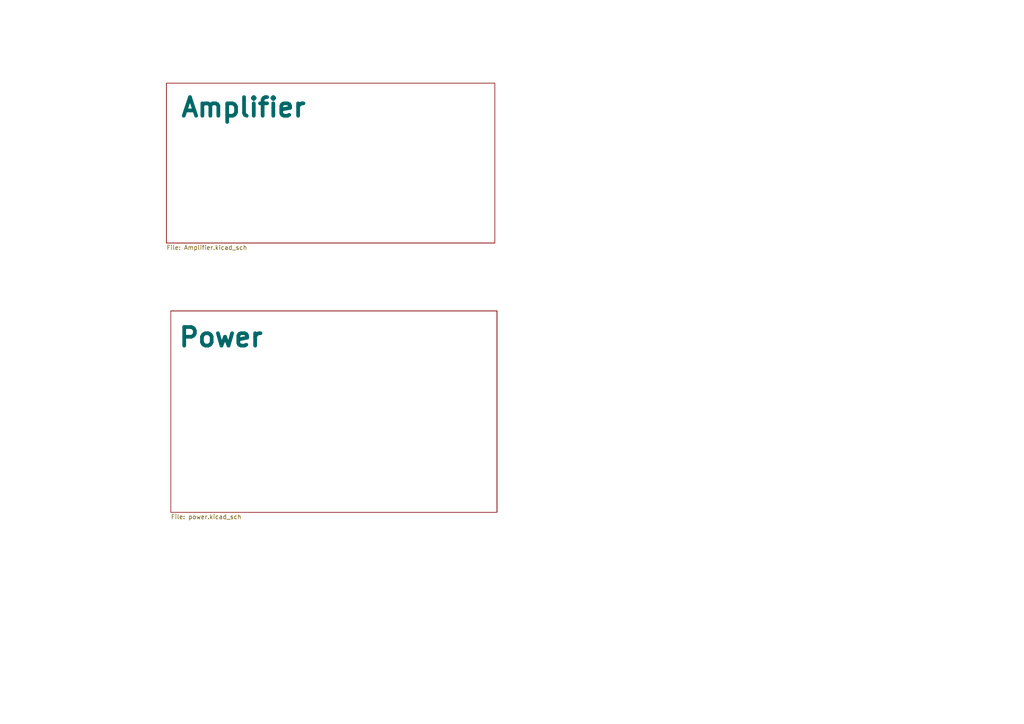
<source format=kicad_sch>
(kicad_sch
	(version 20231120)
	(generator "eeschema")
	(generator_version "8.0")
	(uuid "ca4cfd42-59e1-4265-8267-972d6aaac6ff")
	(paper "A4")
	(lib_symbols)
	(sheet
		(at 48.26 24.13)
		(size 95.25 46.355)
		(stroke
			(width 0.1524)
			(type solid)
		)
		(fill
			(color 0 0 0 0.0000)
		)
		(uuid "4aeb4b63-8869-4af7-96e8-06e4a551ac30")
		(property "Sheetname" "Amplifier"
			(at 52.07 34.29 0)
			(effects
				(font
					(size 5.4 5.4)
					(bold yes)
				)
				(justify left bottom)
			)
		)
		(property "Sheetfile" "Amplifier.kicad_sch"
			(at 48.26 71.0696 0)
			(effects
				(font
					(size 1.27 1.27)
				)
				(justify left top)
			)
		)
		(instances
			(project "DAW-Pro4"
				(path "/ca4cfd42-59e1-4265-8267-972d6aaac6ff"
					(page "2")
				)
			)
		)
	)
	(sheet
		(at 49.53 90.17)
		(size 94.615 58.42)
		(stroke
			(width 0.1524)
			(type solid)
		)
		(fill
			(color 0 0 0 0.0000)
		)
		(uuid "b084b188-d415-40e4-beac-379106b49ebb")
		(property "Sheetname" "Power"
			(at 51.435 100.965 0)
			(effects
				(font
					(size 5.4 5.4)
					(bold yes)
				)
				(justify left bottom)
			)
		)
		(property "Sheetfile" "power.kicad_sch"
			(at 49.53 149.1746 0)
			(effects
				(font
					(size 1.27 1.27)
				)
				(justify left top)
			)
		)
		(instances
			(project "DAW-Pro4"
				(path "/ca4cfd42-59e1-4265-8267-972d6aaac6ff"
					(page "4")
				)
			)
		)
	)
	(sheet_instances
		(path "/"
			(page "1")
		)
	)
)
</source>
